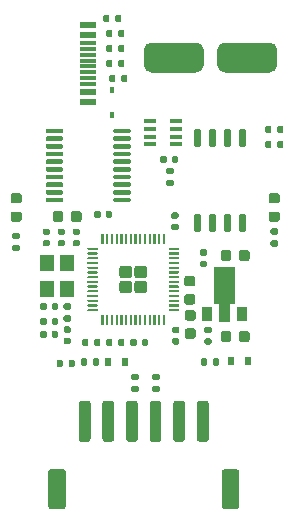
<source format=gbr>
%TF.GenerationSoftware,KiCad,Pcbnew,(5.1.9)-1*%
%TF.CreationDate,2021-12-20T22:20:38-08:00*%
%TF.ProjectId,MCL-102-2,4d434c2d-3130-4322-9d32-2e6b69636164,rev?*%
%TF.SameCoordinates,Original*%
%TF.FileFunction,Paste,Top*%
%TF.FilePolarity,Positive*%
%FSLAX46Y46*%
G04 Gerber Fmt 4.6, Leading zero omitted, Abs format (unit mm)*
G04 Created by KiCad (PCBNEW (5.1.9)-1) date 2021-12-20 22:20:38*
%MOMM*%
%LPD*%
G01*
G04 APERTURE LIST*
%ADD10C,0.100000*%
%ADD11R,0.900000X1.300000*%
%ADD12R,0.450000X0.600000*%
%ADD13R,0.600000X0.700000*%
%ADD14R,1.200000X1.400000*%
%ADD15R,1.060000X0.400000*%
%ADD16R,1.450000X0.600000*%
%ADD17R,1.450000X0.300000*%
G04 APERTURE END LIST*
%TO.C,R26*%
G36*
G01*
X150437000Y-103872000D02*
X150807000Y-103872000D01*
G75*
G02*
X150942000Y-104007000I0J-135000D01*
G01*
X150942000Y-104277000D01*
G75*
G02*
X150807000Y-104412000I-135000J0D01*
G01*
X150437000Y-104412000D01*
G75*
G02*
X150302000Y-104277000I0J135000D01*
G01*
X150302000Y-104007000D01*
G75*
G02*
X150437000Y-103872000I135000J0D01*
G01*
G37*
G36*
G01*
X150437000Y-102852000D02*
X150807000Y-102852000D01*
G75*
G02*
X150942000Y-102987000I0J-135000D01*
G01*
X150942000Y-103257000D01*
G75*
G02*
X150807000Y-103392000I-135000J0D01*
G01*
X150437000Y-103392000D01*
G75*
G02*
X150302000Y-103257000I0J135000D01*
G01*
X150302000Y-102987000D01*
G75*
G02*
X150437000Y-102852000I135000J0D01*
G01*
G37*
%TD*%
%TO.C,R2*%
G36*
G01*
X135241000Y-114358000D02*
X135241000Y-113988000D01*
G75*
G02*
X135376000Y-113853000I135000J0D01*
G01*
X135646000Y-113853000D01*
G75*
G02*
X135781000Y-113988000I0J-135000D01*
G01*
X135781000Y-114358000D01*
G75*
G02*
X135646000Y-114493000I-135000J0D01*
G01*
X135376000Y-114493000D01*
G75*
G02*
X135241000Y-114358000I0J135000D01*
G01*
G37*
G36*
G01*
X134221000Y-114358000D02*
X134221000Y-113988000D01*
G75*
G02*
X134356000Y-113853000I135000J0D01*
G01*
X134626000Y-113853000D01*
G75*
G02*
X134761000Y-113988000I0J-135000D01*
G01*
X134761000Y-114358000D01*
G75*
G02*
X134626000Y-114493000I-135000J0D01*
G01*
X134356000Y-114493000D01*
G75*
G02*
X134221000Y-114358000I0J135000D01*
G01*
G37*
%TD*%
%TO.C,D12*%
G36*
G01*
X150365750Y-101442000D02*
X150878250Y-101442000D01*
G75*
G02*
X151097000Y-101660750I0J-218750D01*
G01*
X151097000Y-102098250D01*
G75*
G02*
X150878250Y-102317000I-218750J0D01*
G01*
X150365750Y-102317000D01*
G75*
G02*
X150147000Y-102098250I0J218750D01*
G01*
X150147000Y-101660750D01*
G75*
G02*
X150365750Y-101442000I218750J0D01*
G01*
G37*
G36*
G01*
X150365750Y-99867000D02*
X150878250Y-99867000D01*
G75*
G02*
X151097000Y-100085750I0J-218750D01*
G01*
X151097000Y-100523250D01*
G75*
G02*
X150878250Y-100742000I-218750J0D01*
G01*
X150365750Y-100742000D01*
G75*
G02*
X150147000Y-100523250I0J218750D01*
G01*
X150147000Y-100085750D01*
G75*
G02*
X150365750Y-99867000I218750J0D01*
G01*
G37*
%TD*%
D10*
%TO.C,U1*%
G36*
X147297500Y-106158000D02*
G01*
X147297500Y-109283000D01*
X146881000Y-109283000D01*
X146881000Y-110758000D01*
X145981000Y-110758000D01*
X145981000Y-109283000D01*
X145564500Y-109283000D01*
X145564500Y-106158000D01*
X147297500Y-106158000D01*
G37*
D11*
X147931000Y-110108000D03*
X144931000Y-110108000D03*
%TD*%
D12*
%TO.C,D3*%
X136906000Y-91152000D03*
X136906000Y-93252000D03*
%TD*%
D13*
%TO.C,D2*%
X136587000Y-114173000D03*
X137987000Y-114173000D03*
%TD*%
%TO.C,D1*%
X147001000Y-114046000D03*
X148401000Y-114046000D03*
%TD*%
%TO.C,R4*%
G36*
G01*
X140404000Y-116191000D02*
X140774000Y-116191000D01*
G75*
G02*
X140909000Y-116326000I0J-135000D01*
G01*
X140909000Y-116596000D01*
G75*
G02*
X140774000Y-116731000I-135000J0D01*
G01*
X140404000Y-116731000D01*
G75*
G02*
X140269000Y-116596000I0J135000D01*
G01*
X140269000Y-116326000D01*
G75*
G02*
X140404000Y-116191000I135000J0D01*
G01*
G37*
G36*
G01*
X140404000Y-115171000D02*
X140774000Y-115171000D01*
G75*
G02*
X140909000Y-115306000I0J-135000D01*
G01*
X140909000Y-115576000D01*
G75*
G02*
X140774000Y-115711000I-135000J0D01*
G01*
X140404000Y-115711000D01*
G75*
G02*
X140269000Y-115576000I0J135000D01*
G01*
X140269000Y-115306000D01*
G75*
G02*
X140404000Y-115171000I135000J0D01*
G01*
G37*
%TD*%
%TO.C,R3*%
G36*
G01*
X138626000Y-116191000D02*
X138996000Y-116191000D01*
G75*
G02*
X139131000Y-116326000I0J-135000D01*
G01*
X139131000Y-116596000D01*
G75*
G02*
X138996000Y-116731000I-135000J0D01*
G01*
X138626000Y-116731000D01*
G75*
G02*
X138491000Y-116596000I0J135000D01*
G01*
X138491000Y-116326000D01*
G75*
G02*
X138626000Y-116191000I135000J0D01*
G01*
G37*
G36*
G01*
X138626000Y-115171000D02*
X138996000Y-115171000D01*
G75*
G02*
X139131000Y-115306000I0J-135000D01*
G01*
X139131000Y-115576000D01*
G75*
G02*
X138996000Y-115711000I-135000J0D01*
G01*
X138626000Y-115711000D01*
G75*
G02*
X138491000Y-115576000I0J135000D01*
G01*
X138491000Y-115306000D01*
G75*
G02*
X138626000Y-115171000I135000J0D01*
G01*
G37*
%TD*%
%TO.C,J11*%
G36*
G01*
X144018000Y-89662000D02*
X140208000Y-89662000D01*
G75*
G02*
X139573000Y-89027000I0J635000D01*
G01*
X139573000Y-87757000D01*
G75*
G02*
X140208000Y-87122000I635000J0D01*
G01*
X144018000Y-87122000D01*
G75*
G02*
X144653000Y-87757000I0J-635000D01*
G01*
X144653000Y-89027000D01*
G75*
G02*
X144018000Y-89662000I-635000J0D01*
G01*
G37*
%TD*%
%TO.C,J12*%
G36*
G01*
X146173000Y-126397000D02*
X146173000Y-123497000D01*
G75*
G02*
X146423000Y-123247000I250000J0D01*
G01*
X147423000Y-123247000D01*
G75*
G02*
X147673000Y-123497000I0J-250000D01*
G01*
X147673000Y-126397000D01*
G75*
G02*
X147423000Y-126647000I-250000J0D01*
G01*
X146423000Y-126647000D01*
G75*
G02*
X146173000Y-126397000I0J250000D01*
G01*
G37*
G36*
G01*
X131473000Y-126397000D02*
X131473000Y-123497000D01*
G75*
G02*
X131723000Y-123247000I250000J0D01*
G01*
X132723000Y-123247000D01*
G75*
G02*
X132973000Y-123497000I0J-250000D01*
G01*
X132973000Y-126397000D01*
G75*
G02*
X132723000Y-126647000I-250000J0D01*
G01*
X131723000Y-126647000D01*
G75*
G02*
X131473000Y-126397000I0J250000D01*
G01*
G37*
G36*
G01*
X144073000Y-120697000D02*
X144073000Y-117697000D01*
G75*
G02*
X144323000Y-117447000I250000J0D01*
G01*
X144823000Y-117447000D01*
G75*
G02*
X145073000Y-117697000I0J-250000D01*
G01*
X145073000Y-120697000D01*
G75*
G02*
X144823000Y-120947000I-250000J0D01*
G01*
X144323000Y-120947000D01*
G75*
G02*
X144073000Y-120697000I0J250000D01*
G01*
G37*
G36*
G01*
X142073000Y-120697000D02*
X142073000Y-117697000D01*
G75*
G02*
X142323000Y-117447000I250000J0D01*
G01*
X142823000Y-117447000D01*
G75*
G02*
X143073000Y-117697000I0J-250000D01*
G01*
X143073000Y-120697000D01*
G75*
G02*
X142823000Y-120947000I-250000J0D01*
G01*
X142323000Y-120947000D01*
G75*
G02*
X142073000Y-120697000I0J250000D01*
G01*
G37*
G36*
G01*
X140073000Y-120697000D02*
X140073000Y-117697000D01*
G75*
G02*
X140323000Y-117447000I250000J0D01*
G01*
X140823000Y-117447000D01*
G75*
G02*
X141073000Y-117697000I0J-250000D01*
G01*
X141073000Y-120697000D01*
G75*
G02*
X140823000Y-120947000I-250000J0D01*
G01*
X140323000Y-120947000D01*
G75*
G02*
X140073000Y-120697000I0J250000D01*
G01*
G37*
G36*
G01*
X138073000Y-120697000D02*
X138073000Y-117697000D01*
G75*
G02*
X138323000Y-117447000I250000J0D01*
G01*
X138823000Y-117447000D01*
G75*
G02*
X139073000Y-117697000I0J-250000D01*
G01*
X139073000Y-120697000D01*
G75*
G02*
X138823000Y-120947000I-250000J0D01*
G01*
X138323000Y-120947000D01*
G75*
G02*
X138073000Y-120697000I0J250000D01*
G01*
G37*
G36*
G01*
X136073000Y-120697000D02*
X136073000Y-117697000D01*
G75*
G02*
X136323000Y-117447000I250000J0D01*
G01*
X136823000Y-117447000D01*
G75*
G02*
X137073000Y-117697000I0J-250000D01*
G01*
X137073000Y-120697000D01*
G75*
G02*
X136823000Y-120947000I-250000J0D01*
G01*
X136323000Y-120947000D01*
G75*
G02*
X136073000Y-120697000I0J250000D01*
G01*
G37*
G36*
G01*
X134073000Y-120697000D02*
X134073000Y-117697000D01*
G75*
G02*
X134323000Y-117447000I250000J0D01*
G01*
X134823000Y-117447000D01*
G75*
G02*
X135073000Y-117697000I0J-250000D01*
G01*
X135073000Y-120697000D01*
G75*
G02*
X134823000Y-120947000I-250000J0D01*
G01*
X134323000Y-120947000D01*
G75*
G02*
X134073000Y-120697000I0J250000D01*
G01*
G37*
%TD*%
%TO.C,C15*%
G36*
G01*
X141932000Y-97198000D02*
X141932000Y-96858000D01*
G75*
G02*
X142072000Y-96718000I140000J0D01*
G01*
X142352000Y-96718000D01*
G75*
G02*
X142492000Y-96858000I0J-140000D01*
G01*
X142492000Y-97198000D01*
G75*
G02*
X142352000Y-97338000I-140000J0D01*
G01*
X142072000Y-97338000D01*
G75*
G02*
X141932000Y-97198000I0J140000D01*
G01*
G37*
G36*
G01*
X140972000Y-97198000D02*
X140972000Y-96858000D01*
G75*
G02*
X141112000Y-96718000I140000J0D01*
G01*
X141392000Y-96718000D01*
G75*
G02*
X141532000Y-96858000I0J-140000D01*
G01*
X141532000Y-97198000D01*
G75*
G02*
X141392000Y-97338000I-140000J0D01*
G01*
X141112000Y-97338000D01*
G75*
G02*
X140972000Y-97198000I0J140000D01*
G01*
G37*
%TD*%
%TO.C,R31*%
G36*
G01*
X150862000Y-94673000D02*
X150862000Y-94303000D01*
G75*
G02*
X150997000Y-94168000I135000J0D01*
G01*
X151267000Y-94168000D01*
G75*
G02*
X151402000Y-94303000I0J-135000D01*
G01*
X151402000Y-94673000D01*
G75*
G02*
X151267000Y-94808000I-135000J0D01*
G01*
X150997000Y-94808000D01*
G75*
G02*
X150862000Y-94673000I0J135000D01*
G01*
G37*
G36*
G01*
X149842000Y-94673000D02*
X149842000Y-94303000D01*
G75*
G02*
X149977000Y-94168000I135000J0D01*
G01*
X150247000Y-94168000D01*
G75*
G02*
X150382000Y-94303000I0J-135000D01*
G01*
X150382000Y-94673000D01*
G75*
G02*
X150247000Y-94808000I-135000J0D01*
G01*
X149977000Y-94808000D01*
G75*
G02*
X149842000Y-94673000I0J135000D01*
G01*
G37*
%TD*%
%TO.C,R27*%
G36*
G01*
X128593000Y-104253000D02*
X128963000Y-104253000D01*
G75*
G02*
X129098000Y-104388000I0J-135000D01*
G01*
X129098000Y-104658000D01*
G75*
G02*
X128963000Y-104793000I-135000J0D01*
G01*
X128593000Y-104793000D01*
G75*
G02*
X128458000Y-104658000I0J135000D01*
G01*
X128458000Y-104388000D01*
G75*
G02*
X128593000Y-104253000I135000J0D01*
G01*
G37*
G36*
G01*
X128593000Y-103233000D02*
X128963000Y-103233000D01*
G75*
G02*
X129098000Y-103368000I0J-135000D01*
G01*
X129098000Y-103638000D01*
G75*
G02*
X128963000Y-103773000I-135000J0D01*
G01*
X128593000Y-103773000D01*
G75*
G02*
X128458000Y-103638000I0J135000D01*
G01*
X128458000Y-103368000D01*
G75*
G02*
X128593000Y-103233000I135000J0D01*
G01*
G37*
%TD*%
%TO.C,R25*%
G36*
G01*
X141967800Y-98261200D02*
X141597800Y-98261200D01*
G75*
G02*
X141462800Y-98126200I0J135000D01*
G01*
X141462800Y-97856200D01*
G75*
G02*
X141597800Y-97721200I135000J0D01*
G01*
X141967800Y-97721200D01*
G75*
G02*
X142102800Y-97856200I0J-135000D01*
G01*
X142102800Y-98126200D01*
G75*
G02*
X141967800Y-98261200I-135000J0D01*
G01*
G37*
G36*
G01*
X141967800Y-99281200D02*
X141597800Y-99281200D01*
G75*
G02*
X141462800Y-99146200I0J135000D01*
G01*
X141462800Y-98876200D01*
G75*
G02*
X141597800Y-98741200I135000J0D01*
G01*
X141967800Y-98741200D01*
G75*
G02*
X142102800Y-98876200I0J-135000D01*
G01*
X142102800Y-99146200D01*
G75*
G02*
X141967800Y-99281200I-135000J0D01*
G01*
G37*
%TD*%
%TO.C,R20*%
G36*
G01*
X137400000Y-86545000D02*
X137400000Y-86175000D01*
G75*
G02*
X137535000Y-86040000I135000J0D01*
G01*
X137805000Y-86040000D01*
G75*
G02*
X137940000Y-86175000I0J-135000D01*
G01*
X137940000Y-86545000D01*
G75*
G02*
X137805000Y-86680000I-135000J0D01*
G01*
X137535000Y-86680000D01*
G75*
G02*
X137400000Y-86545000I0J135000D01*
G01*
G37*
G36*
G01*
X136380000Y-86545000D02*
X136380000Y-86175000D01*
G75*
G02*
X136515000Y-86040000I135000J0D01*
G01*
X136785000Y-86040000D01*
G75*
G02*
X136920000Y-86175000I0J-135000D01*
G01*
X136920000Y-86545000D01*
G75*
G02*
X136785000Y-86680000I-135000J0D01*
G01*
X136515000Y-86680000D01*
G75*
G02*
X136380000Y-86545000I0J135000D01*
G01*
G37*
%TD*%
%TO.C,R19*%
G36*
G01*
X136920000Y-87445000D02*
X136920000Y-87815000D01*
G75*
G02*
X136785000Y-87950000I-135000J0D01*
G01*
X136515000Y-87950000D01*
G75*
G02*
X136380000Y-87815000I0J135000D01*
G01*
X136380000Y-87445000D01*
G75*
G02*
X136515000Y-87310000I135000J0D01*
G01*
X136785000Y-87310000D01*
G75*
G02*
X136920000Y-87445000I0J-135000D01*
G01*
G37*
G36*
G01*
X137940000Y-87445000D02*
X137940000Y-87815000D01*
G75*
G02*
X137805000Y-87950000I-135000J0D01*
G01*
X137535000Y-87950000D01*
G75*
G02*
X137400000Y-87815000I0J135000D01*
G01*
X137400000Y-87445000D01*
G75*
G02*
X137535000Y-87310000I135000J0D01*
G01*
X137805000Y-87310000D01*
G75*
G02*
X137940000Y-87445000I0J-135000D01*
G01*
G37*
%TD*%
%TO.C,R17*%
G36*
G01*
X137400000Y-112707000D02*
X137400000Y-112337000D01*
G75*
G02*
X137535000Y-112202000I135000J0D01*
G01*
X137805000Y-112202000D01*
G75*
G02*
X137940000Y-112337000I0J-135000D01*
G01*
X137940000Y-112707000D01*
G75*
G02*
X137805000Y-112842000I-135000J0D01*
G01*
X137535000Y-112842000D01*
G75*
G02*
X137400000Y-112707000I0J135000D01*
G01*
G37*
G36*
G01*
X136380000Y-112707000D02*
X136380000Y-112337000D01*
G75*
G02*
X136515000Y-112202000I135000J0D01*
G01*
X136785000Y-112202000D01*
G75*
G02*
X136920000Y-112337000I0J-135000D01*
G01*
X136920000Y-112707000D01*
G75*
G02*
X136785000Y-112842000I-135000J0D01*
G01*
X136515000Y-112842000D01*
G75*
G02*
X136380000Y-112707000I0J135000D01*
G01*
G37*
%TD*%
%TO.C,R16*%
G36*
G01*
X135368000Y-112707000D02*
X135368000Y-112337000D01*
G75*
G02*
X135503000Y-112202000I135000J0D01*
G01*
X135773000Y-112202000D01*
G75*
G02*
X135908000Y-112337000I0J-135000D01*
G01*
X135908000Y-112707000D01*
G75*
G02*
X135773000Y-112842000I-135000J0D01*
G01*
X135503000Y-112842000D01*
G75*
G02*
X135368000Y-112707000I0J135000D01*
G01*
G37*
G36*
G01*
X134348000Y-112707000D02*
X134348000Y-112337000D01*
G75*
G02*
X134483000Y-112202000I135000J0D01*
G01*
X134753000Y-112202000D01*
G75*
G02*
X134888000Y-112337000I0J-135000D01*
G01*
X134888000Y-112707000D01*
G75*
G02*
X134753000Y-112842000I-135000J0D01*
G01*
X134483000Y-112842000D01*
G75*
G02*
X134348000Y-112707000I0J135000D01*
G01*
G37*
%TD*%
%TO.C,R13*%
G36*
G01*
X145401000Y-114358000D02*
X145401000Y-113988000D01*
G75*
G02*
X145536000Y-113853000I135000J0D01*
G01*
X145806000Y-113853000D01*
G75*
G02*
X145941000Y-113988000I0J-135000D01*
G01*
X145941000Y-114358000D01*
G75*
G02*
X145806000Y-114493000I-135000J0D01*
G01*
X145536000Y-114493000D01*
G75*
G02*
X145401000Y-114358000I0J135000D01*
G01*
G37*
G36*
G01*
X144381000Y-114358000D02*
X144381000Y-113988000D01*
G75*
G02*
X144516000Y-113853000I135000J0D01*
G01*
X144786000Y-113853000D01*
G75*
G02*
X144921000Y-113988000I0J-135000D01*
G01*
X144921000Y-114358000D01*
G75*
G02*
X144786000Y-114493000I-135000J0D01*
G01*
X144516000Y-114493000D01*
G75*
G02*
X144381000Y-114358000I0J135000D01*
G01*
G37*
%TD*%
%TO.C,D13*%
G36*
G01*
X128521750Y-101442000D02*
X129034250Y-101442000D01*
G75*
G02*
X129253000Y-101660750I0J-218750D01*
G01*
X129253000Y-102098250D01*
G75*
G02*
X129034250Y-102317000I-218750J0D01*
G01*
X128521750Y-102317000D01*
G75*
G02*
X128303000Y-102098250I0J218750D01*
G01*
X128303000Y-101660750D01*
G75*
G02*
X128521750Y-101442000I218750J0D01*
G01*
G37*
G36*
G01*
X128521750Y-99867000D02*
X129034250Y-99867000D01*
G75*
G02*
X129253000Y-100085750I0J-218750D01*
G01*
X129253000Y-100523250D01*
G75*
G02*
X129034250Y-100742000I-218750J0D01*
G01*
X128521750Y-100742000D01*
G75*
G02*
X128303000Y-100523250I0J218750D01*
G01*
X128303000Y-100085750D01*
G75*
G02*
X128521750Y-99867000I218750J0D01*
G01*
G37*
%TD*%
%TO.C,C31*%
G36*
G01*
X131372000Y-109304000D02*
X131372000Y-109644000D01*
G75*
G02*
X131232000Y-109784000I-140000J0D01*
G01*
X130952000Y-109784000D01*
G75*
G02*
X130812000Y-109644000I0J140000D01*
G01*
X130812000Y-109304000D01*
G75*
G02*
X130952000Y-109164000I140000J0D01*
G01*
X131232000Y-109164000D01*
G75*
G02*
X131372000Y-109304000I0J-140000D01*
G01*
G37*
G36*
G01*
X132332000Y-109304000D02*
X132332000Y-109644000D01*
G75*
G02*
X132192000Y-109784000I-140000J0D01*
G01*
X131912000Y-109784000D01*
G75*
G02*
X131772000Y-109644000I0J140000D01*
G01*
X131772000Y-109304000D01*
G75*
G02*
X131912000Y-109164000I140000J0D01*
G01*
X132192000Y-109164000D01*
G75*
G02*
X132332000Y-109304000I0J-140000D01*
G01*
G37*
%TD*%
%TO.C,C30*%
G36*
G01*
X131148000Y-103832000D02*
X131488000Y-103832000D01*
G75*
G02*
X131628000Y-103972000I0J-140000D01*
G01*
X131628000Y-104252000D01*
G75*
G02*
X131488000Y-104392000I-140000J0D01*
G01*
X131148000Y-104392000D01*
G75*
G02*
X131008000Y-104252000I0J140000D01*
G01*
X131008000Y-103972000D01*
G75*
G02*
X131148000Y-103832000I140000J0D01*
G01*
G37*
G36*
G01*
X131148000Y-102872000D02*
X131488000Y-102872000D01*
G75*
G02*
X131628000Y-103012000I0J-140000D01*
G01*
X131628000Y-103292000D01*
G75*
G02*
X131488000Y-103432000I-140000J0D01*
G01*
X131148000Y-103432000D01*
G75*
G02*
X131008000Y-103292000I0J140000D01*
G01*
X131008000Y-103012000D01*
G75*
G02*
X131148000Y-102872000I140000J0D01*
G01*
G37*
%TD*%
%TO.C,C29*%
G36*
G01*
X143721900Y-107777400D02*
X143221900Y-107777400D01*
G75*
G02*
X142996900Y-107552400I0J225000D01*
G01*
X142996900Y-107102400D01*
G75*
G02*
X143221900Y-106877400I225000J0D01*
G01*
X143721900Y-106877400D01*
G75*
G02*
X143946900Y-107102400I0J-225000D01*
G01*
X143946900Y-107552400D01*
G75*
G02*
X143721900Y-107777400I-225000J0D01*
G01*
G37*
G36*
G01*
X143721900Y-109327400D02*
X143221900Y-109327400D01*
G75*
G02*
X142996900Y-109102400I0J225000D01*
G01*
X142996900Y-108652400D01*
G75*
G02*
X143221900Y-108427400I225000J0D01*
G01*
X143721900Y-108427400D01*
G75*
G02*
X143946900Y-108652400I0J-225000D01*
G01*
X143946900Y-109102400D01*
G75*
G02*
X143721900Y-109327400I-225000J0D01*
G01*
G37*
%TD*%
%TO.C,C27*%
G36*
G01*
X144838600Y-112150500D02*
X145178600Y-112150500D01*
G75*
G02*
X145318600Y-112290500I0J-140000D01*
G01*
X145318600Y-112570500D01*
G75*
G02*
X145178600Y-112710500I-140000J0D01*
G01*
X144838600Y-112710500D01*
G75*
G02*
X144698600Y-112570500I0J140000D01*
G01*
X144698600Y-112290500D01*
G75*
G02*
X144838600Y-112150500I140000J0D01*
G01*
G37*
G36*
G01*
X144838600Y-111190500D02*
X145178600Y-111190500D01*
G75*
G02*
X145318600Y-111330500I0J-140000D01*
G01*
X145318600Y-111610500D01*
G75*
G02*
X145178600Y-111750500I-140000J0D01*
G01*
X144838600Y-111750500D01*
G75*
G02*
X144698600Y-111610500I0J140000D01*
G01*
X144698600Y-111330500D01*
G75*
G02*
X144838600Y-111190500I140000J0D01*
G01*
G37*
%TD*%
%TO.C,C26*%
G36*
G01*
X142044600Y-102460400D02*
X142384600Y-102460400D01*
G75*
G02*
X142524600Y-102600400I0J-140000D01*
G01*
X142524600Y-102880400D01*
G75*
G02*
X142384600Y-103020400I-140000J0D01*
G01*
X142044600Y-103020400D01*
G75*
G02*
X141904600Y-102880400I0J140000D01*
G01*
X141904600Y-102600400D01*
G75*
G02*
X142044600Y-102460400I140000J0D01*
G01*
G37*
G36*
G01*
X142044600Y-101500400D02*
X142384600Y-101500400D01*
G75*
G02*
X142524600Y-101640400I0J-140000D01*
G01*
X142524600Y-101920400D01*
G75*
G02*
X142384600Y-102060400I-140000J0D01*
G01*
X142044600Y-102060400D01*
G75*
G02*
X141904600Y-101920400I0J140000D01*
G01*
X141904600Y-101640400D01*
G75*
G02*
X142044600Y-101500400I140000J0D01*
G01*
G37*
%TD*%
%TO.C,C24*%
G36*
G01*
X144797600Y-105197300D02*
X144457600Y-105197300D01*
G75*
G02*
X144317600Y-105057300I0J140000D01*
G01*
X144317600Y-104777300D01*
G75*
G02*
X144457600Y-104637300I140000J0D01*
G01*
X144797600Y-104637300D01*
G75*
G02*
X144937600Y-104777300I0J-140000D01*
G01*
X144937600Y-105057300D01*
G75*
G02*
X144797600Y-105197300I-140000J0D01*
G01*
G37*
G36*
G01*
X144797600Y-106157300D02*
X144457600Y-106157300D01*
G75*
G02*
X144317600Y-106017300I0J140000D01*
G01*
X144317600Y-105737300D01*
G75*
G02*
X144457600Y-105597300I140000J0D01*
G01*
X144797600Y-105597300D01*
G75*
G02*
X144937600Y-105737300I0J-140000D01*
G01*
X144937600Y-106017300D01*
G75*
G02*
X144797600Y-106157300I-140000J0D01*
G01*
G37*
%TD*%
%TO.C,C21*%
G36*
G01*
X132418000Y-103832000D02*
X132758000Y-103832000D01*
G75*
G02*
X132898000Y-103972000I0J-140000D01*
G01*
X132898000Y-104252000D01*
G75*
G02*
X132758000Y-104392000I-140000J0D01*
G01*
X132418000Y-104392000D01*
G75*
G02*
X132278000Y-104252000I0J140000D01*
G01*
X132278000Y-103972000D01*
G75*
G02*
X132418000Y-103832000I140000J0D01*
G01*
G37*
G36*
G01*
X132418000Y-102872000D02*
X132758000Y-102872000D01*
G75*
G02*
X132898000Y-103012000I0J-140000D01*
G01*
X132898000Y-103292000D01*
G75*
G02*
X132758000Y-103432000I-140000J0D01*
G01*
X132418000Y-103432000D01*
G75*
G02*
X132278000Y-103292000I0J140000D01*
G01*
X132278000Y-103012000D01*
G75*
G02*
X132418000Y-102872000I140000J0D01*
G01*
G37*
%TD*%
%TO.C,U8*%
G36*
G01*
X136999000Y-94711000D02*
X136999000Y-94511000D01*
G75*
G02*
X137099000Y-94411000I100000J0D01*
G01*
X138374000Y-94411000D01*
G75*
G02*
X138474000Y-94511000I0J-100000D01*
G01*
X138474000Y-94711000D01*
G75*
G02*
X138374000Y-94811000I-100000J0D01*
G01*
X137099000Y-94811000D01*
G75*
G02*
X136999000Y-94711000I0J100000D01*
G01*
G37*
G36*
G01*
X136999000Y-95361000D02*
X136999000Y-95161000D01*
G75*
G02*
X137099000Y-95061000I100000J0D01*
G01*
X138374000Y-95061000D01*
G75*
G02*
X138474000Y-95161000I0J-100000D01*
G01*
X138474000Y-95361000D01*
G75*
G02*
X138374000Y-95461000I-100000J0D01*
G01*
X137099000Y-95461000D01*
G75*
G02*
X136999000Y-95361000I0J100000D01*
G01*
G37*
G36*
G01*
X136999000Y-96011000D02*
X136999000Y-95811000D01*
G75*
G02*
X137099000Y-95711000I100000J0D01*
G01*
X138374000Y-95711000D01*
G75*
G02*
X138474000Y-95811000I0J-100000D01*
G01*
X138474000Y-96011000D01*
G75*
G02*
X138374000Y-96111000I-100000J0D01*
G01*
X137099000Y-96111000D01*
G75*
G02*
X136999000Y-96011000I0J100000D01*
G01*
G37*
G36*
G01*
X136999000Y-96661000D02*
X136999000Y-96461000D01*
G75*
G02*
X137099000Y-96361000I100000J0D01*
G01*
X138374000Y-96361000D01*
G75*
G02*
X138474000Y-96461000I0J-100000D01*
G01*
X138474000Y-96661000D01*
G75*
G02*
X138374000Y-96761000I-100000J0D01*
G01*
X137099000Y-96761000D01*
G75*
G02*
X136999000Y-96661000I0J100000D01*
G01*
G37*
G36*
G01*
X136999000Y-97311000D02*
X136999000Y-97111000D01*
G75*
G02*
X137099000Y-97011000I100000J0D01*
G01*
X138374000Y-97011000D01*
G75*
G02*
X138474000Y-97111000I0J-100000D01*
G01*
X138474000Y-97311000D01*
G75*
G02*
X138374000Y-97411000I-100000J0D01*
G01*
X137099000Y-97411000D01*
G75*
G02*
X136999000Y-97311000I0J100000D01*
G01*
G37*
G36*
G01*
X136999000Y-97961000D02*
X136999000Y-97761000D01*
G75*
G02*
X137099000Y-97661000I100000J0D01*
G01*
X138374000Y-97661000D01*
G75*
G02*
X138474000Y-97761000I0J-100000D01*
G01*
X138474000Y-97961000D01*
G75*
G02*
X138374000Y-98061000I-100000J0D01*
G01*
X137099000Y-98061000D01*
G75*
G02*
X136999000Y-97961000I0J100000D01*
G01*
G37*
G36*
G01*
X136999000Y-98611000D02*
X136999000Y-98411000D01*
G75*
G02*
X137099000Y-98311000I100000J0D01*
G01*
X138374000Y-98311000D01*
G75*
G02*
X138474000Y-98411000I0J-100000D01*
G01*
X138474000Y-98611000D01*
G75*
G02*
X138374000Y-98711000I-100000J0D01*
G01*
X137099000Y-98711000D01*
G75*
G02*
X136999000Y-98611000I0J100000D01*
G01*
G37*
G36*
G01*
X136999000Y-99261000D02*
X136999000Y-99061000D01*
G75*
G02*
X137099000Y-98961000I100000J0D01*
G01*
X138374000Y-98961000D01*
G75*
G02*
X138474000Y-99061000I0J-100000D01*
G01*
X138474000Y-99261000D01*
G75*
G02*
X138374000Y-99361000I-100000J0D01*
G01*
X137099000Y-99361000D01*
G75*
G02*
X136999000Y-99261000I0J100000D01*
G01*
G37*
G36*
G01*
X136999000Y-99911000D02*
X136999000Y-99711000D01*
G75*
G02*
X137099000Y-99611000I100000J0D01*
G01*
X138374000Y-99611000D01*
G75*
G02*
X138474000Y-99711000I0J-100000D01*
G01*
X138474000Y-99911000D01*
G75*
G02*
X138374000Y-100011000I-100000J0D01*
G01*
X137099000Y-100011000D01*
G75*
G02*
X136999000Y-99911000I0J100000D01*
G01*
G37*
G36*
G01*
X136999000Y-100561000D02*
X136999000Y-100361000D01*
G75*
G02*
X137099000Y-100261000I100000J0D01*
G01*
X138374000Y-100261000D01*
G75*
G02*
X138474000Y-100361000I0J-100000D01*
G01*
X138474000Y-100561000D01*
G75*
G02*
X138374000Y-100661000I-100000J0D01*
G01*
X137099000Y-100661000D01*
G75*
G02*
X136999000Y-100561000I0J100000D01*
G01*
G37*
G36*
G01*
X131274000Y-100561000D02*
X131274000Y-100361000D01*
G75*
G02*
X131374000Y-100261000I100000J0D01*
G01*
X132649000Y-100261000D01*
G75*
G02*
X132749000Y-100361000I0J-100000D01*
G01*
X132749000Y-100561000D01*
G75*
G02*
X132649000Y-100661000I-100000J0D01*
G01*
X131374000Y-100661000D01*
G75*
G02*
X131274000Y-100561000I0J100000D01*
G01*
G37*
G36*
G01*
X131274000Y-99911000D02*
X131274000Y-99711000D01*
G75*
G02*
X131374000Y-99611000I100000J0D01*
G01*
X132649000Y-99611000D01*
G75*
G02*
X132749000Y-99711000I0J-100000D01*
G01*
X132749000Y-99911000D01*
G75*
G02*
X132649000Y-100011000I-100000J0D01*
G01*
X131374000Y-100011000D01*
G75*
G02*
X131274000Y-99911000I0J100000D01*
G01*
G37*
G36*
G01*
X131274000Y-99261000D02*
X131274000Y-99061000D01*
G75*
G02*
X131374000Y-98961000I100000J0D01*
G01*
X132649000Y-98961000D01*
G75*
G02*
X132749000Y-99061000I0J-100000D01*
G01*
X132749000Y-99261000D01*
G75*
G02*
X132649000Y-99361000I-100000J0D01*
G01*
X131374000Y-99361000D01*
G75*
G02*
X131274000Y-99261000I0J100000D01*
G01*
G37*
G36*
G01*
X131274000Y-98611000D02*
X131274000Y-98411000D01*
G75*
G02*
X131374000Y-98311000I100000J0D01*
G01*
X132649000Y-98311000D01*
G75*
G02*
X132749000Y-98411000I0J-100000D01*
G01*
X132749000Y-98611000D01*
G75*
G02*
X132649000Y-98711000I-100000J0D01*
G01*
X131374000Y-98711000D01*
G75*
G02*
X131274000Y-98611000I0J100000D01*
G01*
G37*
G36*
G01*
X131274000Y-97961000D02*
X131274000Y-97761000D01*
G75*
G02*
X131374000Y-97661000I100000J0D01*
G01*
X132649000Y-97661000D01*
G75*
G02*
X132749000Y-97761000I0J-100000D01*
G01*
X132749000Y-97961000D01*
G75*
G02*
X132649000Y-98061000I-100000J0D01*
G01*
X131374000Y-98061000D01*
G75*
G02*
X131274000Y-97961000I0J100000D01*
G01*
G37*
G36*
G01*
X131274000Y-97311000D02*
X131274000Y-97111000D01*
G75*
G02*
X131374000Y-97011000I100000J0D01*
G01*
X132649000Y-97011000D01*
G75*
G02*
X132749000Y-97111000I0J-100000D01*
G01*
X132749000Y-97311000D01*
G75*
G02*
X132649000Y-97411000I-100000J0D01*
G01*
X131374000Y-97411000D01*
G75*
G02*
X131274000Y-97311000I0J100000D01*
G01*
G37*
G36*
G01*
X131274000Y-96661000D02*
X131274000Y-96461000D01*
G75*
G02*
X131374000Y-96361000I100000J0D01*
G01*
X132649000Y-96361000D01*
G75*
G02*
X132749000Y-96461000I0J-100000D01*
G01*
X132749000Y-96661000D01*
G75*
G02*
X132649000Y-96761000I-100000J0D01*
G01*
X131374000Y-96761000D01*
G75*
G02*
X131274000Y-96661000I0J100000D01*
G01*
G37*
G36*
G01*
X131274000Y-96011000D02*
X131274000Y-95811000D01*
G75*
G02*
X131374000Y-95711000I100000J0D01*
G01*
X132649000Y-95711000D01*
G75*
G02*
X132749000Y-95811000I0J-100000D01*
G01*
X132749000Y-96011000D01*
G75*
G02*
X132649000Y-96111000I-100000J0D01*
G01*
X131374000Y-96111000D01*
G75*
G02*
X131274000Y-96011000I0J100000D01*
G01*
G37*
G36*
G01*
X131274000Y-95361000D02*
X131274000Y-95161000D01*
G75*
G02*
X131374000Y-95061000I100000J0D01*
G01*
X132649000Y-95061000D01*
G75*
G02*
X132749000Y-95161000I0J-100000D01*
G01*
X132749000Y-95361000D01*
G75*
G02*
X132649000Y-95461000I-100000J0D01*
G01*
X131374000Y-95461000D01*
G75*
G02*
X131274000Y-95361000I0J100000D01*
G01*
G37*
G36*
G01*
X131274000Y-94711000D02*
X131274000Y-94511000D01*
G75*
G02*
X131374000Y-94411000I100000J0D01*
G01*
X132649000Y-94411000D01*
G75*
G02*
X132749000Y-94511000I0J-100000D01*
G01*
X132749000Y-94711000D01*
G75*
G02*
X132649000Y-94811000I-100000J0D01*
G01*
X131374000Y-94811000D01*
G75*
G02*
X131274000Y-94711000I0J100000D01*
G01*
G37*
%TD*%
%TO.C,R21*%
G36*
G01*
X137654000Y-90355000D02*
X137654000Y-89985000D01*
G75*
G02*
X137789000Y-89850000I135000J0D01*
G01*
X138059000Y-89850000D01*
G75*
G02*
X138194000Y-89985000I0J-135000D01*
G01*
X138194000Y-90355000D01*
G75*
G02*
X138059000Y-90490000I-135000J0D01*
G01*
X137789000Y-90490000D01*
G75*
G02*
X137654000Y-90355000I0J135000D01*
G01*
G37*
G36*
G01*
X136634000Y-90355000D02*
X136634000Y-89985000D01*
G75*
G02*
X136769000Y-89850000I135000J0D01*
G01*
X137039000Y-89850000D01*
G75*
G02*
X137174000Y-89985000I0J-135000D01*
G01*
X137174000Y-90355000D01*
G75*
G02*
X137039000Y-90490000I-135000J0D01*
G01*
X136769000Y-90490000D01*
G75*
G02*
X136634000Y-90355000I0J135000D01*
G01*
G37*
%TD*%
%TO.C,J10*%
G36*
G01*
X146431000Y-87122000D02*
X150241000Y-87122000D01*
G75*
G02*
X150876000Y-87757000I0J-635000D01*
G01*
X150876000Y-89027000D01*
G75*
G02*
X150241000Y-89662000I-635000J0D01*
G01*
X146431000Y-89662000D01*
G75*
G02*
X145796000Y-89027000I0J635000D01*
G01*
X145796000Y-87757000D01*
G75*
G02*
X146431000Y-87122000I635000J0D01*
G01*
G37*
%TD*%
%TO.C,R1*%
G36*
G01*
X132729000Y-114115000D02*
X132729000Y-114485000D01*
G75*
G02*
X132594000Y-114620000I-135000J0D01*
G01*
X132324000Y-114620000D01*
G75*
G02*
X132189000Y-114485000I0J135000D01*
G01*
X132189000Y-114115000D01*
G75*
G02*
X132324000Y-113980000I135000J0D01*
G01*
X132594000Y-113980000D01*
G75*
G02*
X132729000Y-114115000I0J-135000D01*
G01*
G37*
G36*
G01*
X133749000Y-114115000D02*
X133749000Y-114485000D01*
G75*
G02*
X133614000Y-114620000I-135000J0D01*
G01*
X133344000Y-114620000D01*
G75*
G02*
X133209000Y-114485000I0J135000D01*
G01*
X133209000Y-114115000D01*
G75*
G02*
X133344000Y-113980000I135000J0D01*
G01*
X133614000Y-113980000D01*
G75*
G02*
X133749000Y-114115000I0J-135000D01*
G01*
G37*
%TD*%
D14*
%TO.C,Y1*%
X133096000Y-105750000D03*
X133096000Y-107950000D03*
X131396000Y-107950000D03*
X131396000Y-105750000D03*
%TD*%
%TO.C,U9*%
G36*
G01*
X139029283Y-106008283D02*
X139613717Y-106008283D01*
G75*
G02*
X139863717Y-106258283I0J-250000D01*
G01*
X139863717Y-106842717D01*
G75*
G02*
X139613717Y-107092717I-250000J0D01*
G01*
X139029283Y-107092717D01*
G75*
G02*
X138779283Y-106842717I0J250000D01*
G01*
X138779283Y-106258283D01*
G75*
G02*
X139029283Y-106008283I250000J0D01*
G01*
G37*
G36*
G01*
X137754283Y-106008283D02*
X138338717Y-106008283D01*
G75*
G02*
X138588717Y-106258283I0J-250000D01*
G01*
X138588717Y-106842717D01*
G75*
G02*
X138338717Y-107092717I-250000J0D01*
G01*
X137754283Y-107092717D01*
G75*
G02*
X137504283Y-106842717I0J250000D01*
G01*
X137504283Y-106258283D01*
G75*
G02*
X137754283Y-106008283I250000J0D01*
G01*
G37*
G36*
G01*
X139029283Y-107283283D02*
X139613717Y-107283283D01*
G75*
G02*
X139863717Y-107533283I0J-250000D01*
G01*
X139863717Y-108117717D01*
G75*
G02*
X139613717Y-108367717I-250000J0D01*
G01*
X139029283Y-108367717D01*
G75*
G02*
X138779283Y-108117717I0J250000D01*
G01*
X138779283Y-107533283D01*
G75*
G02*
X139029283Y-107283283I250000J0D01*
G01*
G37*
G36*
G01*
X137754283Y-107283283D02*
X138338717Y-107283283D01*
G75*
G02*
X138588717Y-107533283I0J-250000D01*
G01*
X138588717Y-108117717D01*
G75*
G02*
X138338717Y-108367717I-250000J0D01*
G01*
X137754283Y-108367717D01*
G75*
G02*
X137504283Y-108117717I0J250000D01*
G01*
X137504283Y-107533283D01*
G75*
G02*
X137754283Y-107283283I250000J0D01*
G01*
G37*
G36*
G01*
X141234000Y-103313000D02*
X141334000Y-103313000D01*
G75*
G02*
X141384000Y-103363000I0J-50000D01*
G01*
X141384000Y-104138000D01*
G75*
G02*
X141334000Y-104188000I-50000J0D01*
G01*
X141234000Y-104188000D01*
G75*
G02*
X141184000Y-104138000I0J50000D01*
G01*
X141184000Y-103363000D01*
G75*
G02*
X141234000Y-103313000I50000J0D01*
G01*
G37*
G36*
G01*
X140834000Y-103313000D02*
X140934000Y-103313000D01*
G75*
G02*
X140984000Y-103363000I0J-50000D01*
G01*
X140984000Y-104138000D01*
G75*
G02*
X140934000Y-104188000I-50000J0D01*
G01*
X140834000Y-104188000D01*
G75*
G02*
X140784000Y-104138000I0J50000D01*
G01*
X140784000Y-103363000D01*
G75*
G02*
X140834000Y-103313000I50000J0D01*
G01*
G37*
G36*
G01*
X140434000Y-103313000D02*
X140534000Y-103313000D01*
G75*
G02*
X140584000Y-103363000I0J-50000D01*
G01*
X140584000Y-104138000D01*
G75*
G02*
X140534000Y-104188000I-50000J0D01*
G01*
X140434000Y-104188000D01*
G75*
G02*
X140384000Y-104138000I0J50000D01*
G01*
X140384000Y-103363000D01*
G75*
G02*
X140434000Y-103313000I50000J0D01*
G01*
G37*
G36*
G01*
X140034000Y-103313000D02*
X140134000Y-103313000D01*
G75*
G02*
X140184000Y-103363000I0J-50000D01*
G01*
X140184000Y-104138000D01*
G75*
G02*
X140134000Y-104188000I-50000J0D01*
G01*
X140034000Y-104188000D01*
G75*
G02*
X139984000Y-104138000I0J50000D01*
G01*
X139984000Y-103363000D01*
G75*
G02*
X140034000Y-103313000I50000J0D01*
G01*
G37*
G36*
G01*
X139634000Y-103313000D02*
X139734000Y-103313000D01*
G75*
G02*
X139784000Y-103363000I0J-50000D01*
G01*
X139784000Y-104138000D01*
G75*
G02*
X139734000Y-104188000I-50000J0D01*
G01*
X139634000Y-104188000D01*
G75*
G02*
X139584000Y-104138000I0J50000D01*
G01*
X139584000Y-103363000D01*
G75*
G02*
X139634000Y-103313000I50000J0D01*
G01*
G37*
G36*
G01*
X139234000Y-103313000D02*
X139334000Y-103313000D01*
G75*
G02*
X139384000Y-103363000I0J-50000D01*
G01*
X139384000Y-104138000D01*
G75*
G02*
X139334000Y-104188000I-50000J0D01*
G01*
X139234000Y-104188000D01*
G75*
G02*
X139184000Y-104138000I0J50000D01*
G01*
X139184000Y-103363000D01*
G75*
G02*
X139234000Y-103313000I50000J0D01*
G01*
G37*
G36*
G01*
X138834000Y-103313000D02*
X138934000Y-103313000D01*
G75*
G02*
X138984000Y-103363000I0J-50000D01*
G01*
X138984000Y-104138000D01*
G75*
G02*
X138934000Y-104188000I-50000J0D01*
G01*
X138834000Y-104188000D01*
G75*
G02*
X138784000Y-104138000I0J50000D01*
G01*
X138784000Y-103363000D01*
G75*
G02*
X138834000Y-103313000I50000J0D01*
G01*
G37*
G36*
G01*
X138434000Y-103313000D02*
X138534000Y-103313000D01*
G75*
G02*
X138584000Y-103363000I0J-50000D01*
G01*
X138584000Y-104138000D01*
G75*
G02*
X138534000Y-104188000I-50000J0D01*
G01*
X138434000Y-104188000D01*
G75*
G02*
X138384000Y-104138000I0J50000D01*
G01*
X138384000Y-103363000D01*
G75*
G02*
X138434000Y-103313000I50000J0D01*
G01*
G37*
G36*
G01*
X138034000Y-103313000D02*
X138134000Y-103313000D01*
G75*
G02*
X138184000Y-103363000I0J-50000D01*
G01*
X138184000Y-104138000D01*
G75*
G02*
X138134000Y-104188000I-50000J0D01*
G01*
X138034000Y-104188000D01*
G75*
G02*
X137984000Y-104138000I0J50000D01*
G01*
X137984000Y-103363000D01*
G75*
G02*
X138034000Y-103313000I50000J0D01*
G01*
G37*
G36*
G01*
X137634000Y-103313000D02*
X137734000Y-103313000D01*
G75*
G02*
X137784000Y-103363000I0J-50000D01*
G01*
X137784000Y-104138000D01*
G75*
G02*
X137734000Y-104188000I-50000J0D01*
G01*
X137634000Y-104188000D01*
G75*
G02*
X137584000Y-104138000I0J50000D01*
G01*
X137584000Y-103363000D01*
G75*
G02*
X137634000Y-103313000I50000J0D01*
G01*
G37*
G36*
G01*
X137234000Y-103313000D02*
X137334000Y-103313000D01*
G75*
G02*
X137384000Y-103363000I0J-50000D01*
G01*
X137384000Y-104138000D01*
G75*
G02*
X137334000Y-104188000I-50000J0D01*
G01*
X137234000Y-104188000D01*
G75*
G02*
X137184000Y-104138000I0J50000D01*
G01*
X137184000Y-103363000D01*
G75*
G02*
X137234000Y-103313000I50000J0D01*
G01*
G37*
G36*
G01*
X136834000Y-103313000D02*
X136934000Y-103313000D01*
G75*
G02*
X136984000Y-103363000I0J-50000D01*
G01*
X136984000Y-104138000D01*
G75*
G02*
X136934000Y-104188000I-50000J0D01*
G01*
X136834000Y-104188000D01*
G75*
G02*
X136784000Y-104138000I0J50000D01*
G01*
X136784000Y-103363000D01*
G75*
G02*
X136834000Y-103313000I50000J0D01*
G01*
G37*
G36*
G01*
X136434000Y-103313000D02*
X136534000Y-103313000D01*
G75*
G02*
X136584000Y-103363000I0J-50000D01*
G01*
X136584000Y-104138000D01*
G75*
G02*
X136534000Y-104188000I-50000J0D01*
G01*
X136434000Y-104188000D01*
G75*
G02*
X136384000Y-104138000I0J50000D01*
G01*
X136384000Y-103363000D01*
G75*
G02*
X136434000Y-103313000I50000J0D01*
G01*
G37*
G36*
G01*
X136034000Y-103313000D02*
X136134000Y-103313000D01*
G75*
G02*
X136184000Y-103363000I0J-50000D01*
G01*
X136184000Y-104138000D01*
G75*
G02*
X136134000Y-104188000I-50000J0D01*
G01*
X136034000Y-104188000D01*
G75*
G02*
X135984000Y-104138000I0J50000D01*
G01*
X135984000Y-103363000D01*
G75*
G02*
X136034000Y-103313000I50000J0D01*
G01*
G37*
G36*
G01*
X134859000Y-104488000D02*
X135634000Y-104488000D01*
G75*
G02*
X135684000Y-104538000I0J-50000D01*
G01*
X135684000Y-104638000D01*
G75*
G02*
X135634000Y-104688000I-50000J0D01*
G01*
X134859000Y-104688000D01*
G75*
G02*
X134809000Y-104638000I0J50000D01*
G01*
X134809000Y-104538000D01*
G75*
G02*
X134859000Y-104488000I50000J0D01*
G01*
G37*
G36*
G01*
X134859000Y-104888000D02*
X135634000Y-104888000D01*
G75*
G02*
X135684000Y-104938000I0J-50000D01*
G01*
X135684000Y-105038000D01*
G75*
G02*
X135634000Y-105088000I-50000J0D01*
G01*
X134859000Y-105088000D01*
G75*
G02*
X134809000Y-105038000I0J50000D01*
G01*
X134809000Y-104938000D01*
G75*
G02*
X134859000Y-104888000I50000J0D01*
G01*
G37*
G36*
G01*
X134859000Y-105288000D02*
X135634000Y-105288000D01*
G75*
G02*
X135684000Y-105338000I0J-50000D01*
G01*
X135684000Y-105438000D01*
G75*
G02*
X135634000Y-105488000I-50000J0D01*
G01*
X134859000Y-105488000D01*
G75*
G02*
X134809000Y-105438000I0J50000D01*
G01*
X134809000Y-105338000D01*
G75*
G02*
X134859000Y-105288000I50000J0D01*
G01*
G37*
G36*
G01*
X134859000Y-105688000D02*
X135634000Y-105688000D01*
G75*
G02*
X135684000Y-105738000I0J-50000D01*
G01*
X135684000Y-105838000D01*
G75*
G02*
X135634000Y-105888000I-50000J0D01*
G01*
X134859000Y-105888000D01*
G75*
G02*
X134809000Y-105838000I0J50000D01*
G01*
X134809000Y-105738000D01*
G75*
G02*
X134859000Y-105688000I50000J0D01*
G01*
G37*
G36*
G01*
X134859000Y-106088000D02*
X135634000Y-106088000D01*
G75*
G02*
X135684000Y-106138000I0J-50000D01*
G01*
X135684000Y-106238000D01*
G75*
G02*
X135634000Y-106288000I-50000J0D01*
G01*
X134859000Y-106288000D01*
G75*
G02*
X134809000Y-106238000I0J50000D01*
G01*
X134809000Y-106138000D01*
G75*
G02*
X134859000Y-106088000I50000J0D01*
G01*
G37*
G36*
G01*
X134859000Y-106488000D02*
X135634000Y-106488000D01*
G75*
G02*
X135684000Y-106538000I0J-50000D01*
G01*
X135684000Y-106638000D01*
G75*
G02*
X135634000Y-106688000I-50000J0D01*
G01*
X134859000Y-106688000D01*
G75*
G02*
X134809000Y-106638000I0J50000D01*
G01*
X134809000Y-106538000D01*
G75*
G02*
X134859000Y-106488000I50000J0D01*
G01*
G37*
G36*
G01*
X134859000Y-106888000D02*
X135634000Y-106888000D01*
G75*
G02*
X135684000Y-106938000I0J-50000D01*
G01*
X135684000Y-107038000D01*
G75*
G02*
X135634000Y-107088000I-50000J0D01*
G01*
X134859000Y-107088000D01*
G75*
G02*
X134809000Y-107038000I0J50000D01*
G01*
X134809000Y-106938000D01*
G75*
G02*
X134859000Y-106888000I50000J0D01*
G01*
G37*
G36*
G01*
X134859000Y-107288000D02*
X135634000Y-107288000D01*
G75*
G02*
X135684000Y-107338000I0J-50000D01*
G01*
X135684000Y-107438000D01*
G75*
G02*
X135634000Y-107488000I-50000J0D01*
G01*
X134859000Y-107488000D01*
G75*
G02*
X134809000Y-107438000I0J50000D01*
G01*
X134809000Y-107338000D01*
G75*
G02*
X134859000Y-107288000I50000J0D01*
G01*
G37*
G36*
G01*
X134859000Y-107688000D02*
X135634000Y-107688000D01*
G75*
G02*
X135684000Y-107738000I0J-50000D01*
G01*
X135684000Y-107838000D01*
G75*
G02*
X135634000Y-107888000I-50000J0D01*
G01*
X134859000Y-107888000D01*
G75*
G02*
X134809000Y-107838000I0J50000D01*
G01*
X134809000Y-107738000D01*
G75*
G02*
X134859000Y-107688000I50000J0D01*
G01*
G37*
G36*
G01*
X134859000Y-108088000D02*
X135634000Y-108088000D01*
G75*
G02*
X135684000Y-108138000I0J-50000D01*
G01*
X135684000Y-108238000D01*
G75*
G02*
X135634000Y-108288000I-50000J0D01*
G01*
X134859000Y-108288000D01*
G75*
G02*
X134809000Y-108238000I0J50000D01*
G01*
X134809000Y-108138000D01*
G75*
G02*
X134859000Y-108088000I50000J0D01*
G01*
G37*
G36*
G01*
X134859000Y-108488000D02*
X135634000Y-108488000D01*
G75*
G02*
X135684000Y-108538000I0J-50000D01*
G01*
X135684000Y-108638000D01*
G75*
G02*
X135634000Y-108688000I-50000J0D01*
G01*
X134859000Y-108688000D01*
G75*
G02*
X134809000Y-108638000I0J50000D01*
G01*
X134809000Y-108538000D01*
G75*
G02*
X134859000Y-108488000I50000J0D01*
G01*
G37*
G36*
G01*
X134859000Y-108888000D02*
X135634000Y-108888000D01*
G75*
G02*
X135684000Y-108938000I0J-50000D01*
G01*
X135684000Y-109038000D01*
G75*
G02*
X135634000Y-109088000I-50000J0D01*
G01*
X134859000Y-109088000D01*
G75*
G02*
X134809000Y-109038000I0J50000D01*
G01*
X134809000Y-108938000D01*
G75*
G02*
X134859000Y-108888000I50000J0D01*
G01*
G37*
G36*
G01*
X134859000Y-109288000D02*
X135634000Y-109288000D01*
G75*
G02*
X135684000Y-109338000I0J-50000D01*
G01*
X135684000Y-109438000D01*
G75*
G02*
X135634000Y-109488000I-50000J0D01*
G01*
X134859000Y-109488000D01*
G75*
G02*
X134809000Y-109438000I0J50000D01*
G01*
X134809000Y-109338000D01*
G75*
G02*
X134859000Y-109288000I50000J0D01*
G01*
G37*
G36*
G01*
X134859000Y-109688000D02*
X135634000Y-109688000D01*
G75*
G02*
X135684000Y-109738000I0J-50000D01*
G01*
X135684000Y-109838000D01*
G75*
G02*
X135634000Y-109888000I-50000J0D01*
G01*
X134859000Y-109888000D01*
G75*
G02*
X134809000Y-109838000I0J50000D01*
G01*
X134809000Y-109738000D01*
G75*
G02*
X134859000Y-109688000I50000J0D01*
G01*
G37*
G36*
G01*
X136034000Y-110188000D02*
X136134000Y-110188000D01*
G75*
G02*
X136184000Y-110238000I0J-50000D01*
G01*
X136184000Y-111013000D01*
G75*
G02*
X136134000Y-111063000I-50000J0D01*
G01*
X136034000Y-111063000D01*
G75*
G02*
X135984000Y-111013000I0J50000D01*
G01*
X135984000Y-110238000D01*
G75*
G02*
X136034000Y-110188000I50000J0D01*
G01*
G37*
G36*
G01*
X136434000Y-110188000D02*
X136534000Y-110188000D01*
G75*
G02*
X136584000Y-110238000I0J-50000D01*
G01*
X136584000Y-111013000D01*
G75*
G02*
X136534000Y-111063000I-50000J0D01*
G01*
X136434000Y-111063000D01*
G75*
G02*
X136384000Y-111013000I0J50000D01*
G01*
X136384000Y-110238000D01*
G75*
G02*
X136434000Y-110188000I50000J0D01*
G01*
G37*
G36*
G01*
X136834000Y-110188000D02*
X136934000Y-110188000D01*
G75*
G02*
X136984000Y-110238000I0J-50000D01*
G01*
X136984000Y-111013000D01*
G75*
G02*
X136934000Y-111063000I-50000J0D01*
G01*
X136834000Y-111063000D01*
G75*
G02*
X136784000Y-111013000I0J50000D01*
G01*
X136784000Y-110238000D01*
G75*
G02*
X136834000Y-110188000I50000J0D01*
G01*
G37*
G36*
G01*
X137234000Y-110188000D02*
X137334000Y-110188000D01*
G75*
G02*
X137384000Y-110238000I0J-50000D01*
G01*
X137384000Y-111013000D01*
G75*
G02*
X137334000Y-111063000I-50000J0D01*
G01*
X137234000Y-111063000D01*
G75*
G02*
X137184000Y-111013000I0J50000D01*
G01*
X137184000Y-110238000D01*
G75*
G02*
X137234000Y-110188000I50000J0D01*
G01*
G37*
G36*
G01*
X137634000Y-110188000D02*
X137734000Y-110188000D01*
G75*
G02*
X137784000Y-110238000I0J-50000D01*
G01*
X137784000Y-111013000D01*
G75*
G02*
X137734000Y-111063000I-50000J0D01*
G01*
X137634000Y-111063000D01*
G75*
G02*
X137584000Y-111013000I0J50000D01*
G01*
X137584000Y-110238000D01*
G75*
G02*
X137634000Y-110188000I50000J0D01*
G01*
G37*
G36*
G01*
X138034000Y-110188000D02*
X138134000Y-110188000D01*
G75*
G02*
X138184000Y-110238000I0J-50000D01*
G01*
X138184000Y-111013000D01*
G75*
G02*
X138134000Y-111063000I-50000J0D01*
G01*
X138034000Y-111063000D01*
G75*
G02*
X137984000Y-111013000I0J50000D01*
G01*
X137984000Y-110238000D01*
G75*
G02*
X138034000Y-110188000I50000J0D01*
G01*
G37*
G36*
G01*
X138434000Y-110188000D02*
X138534000Y-110188000D01*
G75*
G02*
X138584000Y-110238000I0J-50000D01*
G01*
X138584000Y-111013000D01*
G75*
G02*
X138534000Y-111063000I-50000J0D01*
G01*
X138434000Y-111063000D01*
G75*
G02*
X138384000Y-111013000I0J50000D01*
G01*
X138384000Y-110238000D01*
G75*
G02*
X138434000Y-110188000I50000J0D01*
G01*
G37*
G36*
G01*
X138834000Y-110188000D02*
X138934000Y-110188000D01*
G75*
G02*
X138984000Y-110238000I0J-50000D01*
G01*
X138984000Y-111013000D01*
G75*
G02*
X138934000Y-111063000I-50000J0D01*
G01*
X138834000Y-111063000D01*
G75*
G02*
X138784000Y-111013000I0J50000D01*
G01*
X138784000Y-110238000D01*
G75*
G02*
X138834000Y-110188000I50000J0D01*
G01*
G37*
G36*
G01*
X139234000Y-110188000D02*
X139334000Y-110188000D01*
G75*
G02*
X139384000Y-110238000I0J-50000D01*
G01*
X139384000Y-111013000D01*
G75*
G02*
X139334000Y-111063000I-50000J0D01*
G01*
X139234000Y-111063000D01*
G75*
G02*
X139184000Y-111013000I0J50000D01*
G01*
X139184000Y-110238000D01*
G75*
G02*
X139234000Y-110188000I50000J0D01*
G01*
G37*
G36*
G01*
X139634000Y-110188000D02*
X139734000Y-110188000D01*
G75*
G02*
X139784000Y-110238000I0J-50000D01*
G01*
X139784000Y-111013000D01*
G75*
G02*
X139734000Y-111063000I-50000J0D01*
G01*
X139634000Y-111063000D01*
G75*
G02*
X139584000Y-111013000I0J50000D01*
G01*
X139584000Y-110238000D01*
G75*
G02*
X139634000Y-110188000I50000J0D01*
G01*
G37*
G36*
G01*
X140034000Y-110188000D02*
X140134000Y-110188000D01*
G75*
G02*
X140184000Y-110238000I0J-50000D01*
G01*
X140184000Y-111013000D01*
G75*
G02*
X140134000Y-111063000I-50000J0D01*
G01*
X140034000Y-111063000D01*
G75*
G02*
X139984000Y-111013000I0J50000D01*
G01*
X139984000Y-110238000D01*
G75*
G02*
X140034000Y-110188000I50000J0D01*
G01*
G37*
G36*
G01*
X140434000Y-110188000D02*
X140534000Y-110188000D01*
G75*
G02*
X140584000Y-110238000I0J-50000D01*
G01*
X140584000Y-111013000D01*
G75*
G02*
X140534000Y-111063000I-50000J0D01*
G01*
X140434000Y-111063000D01*
G75*
G02*
X140384000Y-111013000I0J50000D01*
G01*
X140384000Y-110238000D01*
G75*
G02*
X140434000Y-110188000I50000J0D01*
G01*
G37*
G36*
G01*
X140834000Y-110188000D02*
X140934000Y-110188000D01*
G75*
G02*
X140984000Y-110238000I0J-50000D01*
G01*
X140984000Y-111013000D01*
G75*
G02*
X140934000Y-111063000I-50000J0D01*
G01*
X140834000Y-111063000D01*
G75*
G02*
X140784000Y-111013000I0J50000D01*
G01*
X140784000Y-110238000D01*
G75*
G02*
X140834000Y-110188000I50000J0D01*
G01*
G37*
G36*
G01*
X141234000Y-110188000D02*
X141334000Y-110188000D01*
G75*
G02*
X141384000Y-110238000I0J-50000D01*
G01*
X141384000Y-111013000D01*
G75*
G02*
X141334000Y-111063000I-50000J0D01*
G01*
X141234000Y-111063000D01*
G75*
G02*
X141184000Y-111013000I0J50000D01*
G01*
X141184000Y-110238000D01*
G75*
G02*
X141234000Y-110188000I50000J0D01*
G01*
G37*
G36*
G01*
X141734000Y-109688000D02*
X142509000Y-109688000D01*
G75*
G02*
X142559000Y-109738000I0J-50000D01*
G01*
X142559000Y-109838000D01*
G75*
G02*
X142509000Y-109888000I-50000J0D01*
G01*
X141734000Y-109888000D01*
G75*
G02*
X141684000Y-109838000I0J50000D01*
G01*
X141684000Y-109738000D01*
G75*
G02*
X141734000Y-109688000I50000J0D01*
G01*
G37*
G36*
G01*
X141734000Y-109288000D02*
X142509000Y-109288000D01*
G75*
G02*
X142559000Y-109338000I0J-50000D01*
G01*
X142559000Y-109438000D01*
G75*
G02*
X142509000Y-109488000I-50000J0D01*
G01*
X141734000Y-109488000D01*
G75*
G02*
X141684000Y-109438000I0J50000D01*
G01*
X141684000Y-109338000D01*
G75*
G02*
X141734000Y-109288000I50000J0D01*
G01*
G37*
G36*
G01*
X141734000Y-108888000D02*
X142509000Y-108888000D01*
G75*
G02*
X142559000Y-108938000I0J-50000D01*
G01*
X142559000Y-109038000D01*
G75*
G02*
X142509000Y-109088000I-50000J0D01*
G01*
X141734000Y-109088000D01*
G75*
G02*
X141684000Y-109038000I0J50000D01*
G01*
X141684000Y-108938000D01*
G75*
G02*
X141734000Y-108888000I50000J0D01*
G01*
G37*
G36*
G01*
X141734000Y-108488000D02*
X142509000Y-108488000D01*
G75*
G02*
X142559000Y-108538000I0J-50000D01*
G01*
X142559000Y-108638000D01*
G75*
G02*
X142509000Y-108688000I-50000J0D01*
G01*
X141734000Y-108688000D01*
G75*
G02*
X141684000Y-108638000I0J50000D01*
G01*
X141684000Y-108538000D01*
G75*
G02*
X141734000Y-108488000I50000J0D01*
G01*
G37*
G36*
G01*
X141734000Y-108088000D02*
X142509000Y-108088000D01*
G75*
G02*
X142559000Y-108138000I0J-50000D01*
G01*
X142559000Y-108238000D01*
G75*
G02*
X142509000Y-108288000I-50000J0D01*
G01*
X141734000Y-108288000D01*
G75*
G02*
X141684000Y-108238000I0J50000D01*
G01*
X141684000Y-108138000D01*
G75*
G02*
X141734000Y-108088000I50000J0D01*
G01*
G37*
G36*
G01*
X141734000Y-107688000D02*
X142509000Y-107688000D01*
G75*
G02*
X142559000Y-107738000I0J-50000D01*
G01*
X142559000Y-107838000D01*
G75*
G02*
X142509000Y-107888000I-50000J0D01*
G01*
X141734000Y-107888000D01*
G75*
G02*
X141684000Y-107838000I0J50000D01*
G01*
X141684000Y-107738000D01*
G75*
G02*
X141734000Y-107688000I50000J0D01*
G01*
G37*
G36*
G01*
X141734000Y-107288000D02*
X142509000Y-107288000D01*
G75*
G02*
X142559000Y-107338000I0J-50000D01*
G01*
X142559000Y-107438000D01*
G75*
G02*
X142509000Y-107488000I-50000J0D01*
G01*
X141734000Y-107488000D01*
G75*
G02*
X141684000Y-107438000I0J50000D01*
G01*
X141684000Y-107338000D01*
G75*
G02*
X141734000Y-107288000I50000J0D01*
G01*
G37*
G36*
G01*
X141734000Y-106888000D02*
X142509000Y-106888000D01*
G75*
G02*
X142559000Y-106938000I0J-50000D01*
G01*
X142559000Y-107038000D01*
G75*
G02*
X142509000Y-107088000I-50000J0D01*
G01*
X141734000Y-107088000D01*
G75*
G02*
X141684000Y-107038000I0J50000D01*
G01*
X141684000Y-106938000D01*
G75*
G02*
X141734000Y-106888000I50000J0D01*
G01*
G37*
G36*
G01*
X141734000Y-106488000D02*
X142509000Y-106488000D01*
G75*
G02*
X142559000Y-106538000I0J-50000D01*
G01*
X142559000Y-106638000D01*
G75*
G02*
X142509000Y-106688000I-50000J0D01*
G01*
X141734000Y-106688000D01*
G75*
G02*
X141684000Y-106638000I0J50000D01*
G01*
X141684000Y-106538000D01*
G75*
G02*
X141734000Y-106488000I50000J0D01*
G01*
G37*
G36*
G01*
X141734000Y-106088000D02*
X142509000Y-106088000D01*
G75*
G02*
X142559000Y-106138000I0J-50000D01*
G01*
X142559000Y-106238000D01*
G75*
G02*
X142509000Y-106288000I-50000J0D01*
G01*
X141734000Y-106288000D01*
G75*
G02*
X141684000Y-106238000I0J50000D01*
G01*
X141684000Y-106138000D01*
G75*
G02*
X141734000Y-106088000I50000J0D01*
G01*
G37*
G36*
G01*
X141734000Y-105688000D02*
X142509000Y-105688000D01*
G75*
G02*
X142559000Y-105738000I0J-50000D01*
G01*
X142559000Y-105838000D01*
G75*
G02*
X142509000Y-105888000I-50000J0D01*
G01*
X141734000Y-105888000D01*
G75*
G02*
X141684000Y-105838000I0J50000D01*
G01*
X141684000Y-105738000D01*
G75*
G02*
X141734000Y-105688000I50000J0D01*
G01*
G37*
G36*
G01*
X141734000Y-105288000D02*
X142509000Y-105288000D01*
G75*
G02*
X142559000Y-105338000I0J-50000D01*
G01*
X142559000Y-105438000D01*
G75*
G02*
X142509000Y-105488000I-50000J0D01*
G01*
X141734000Y-105488000D01*
G75*
G02*
X141684000Y-105438000I0J50000D01*
G01*
X141684000Y-105338000D01*
G75*
G02*
X141734000Y-105288000I50000J0D01*
G01*
G37*
G36*
G01*
X141734000Y-104888000D02*
X142509000Y-104888000D01*
G75*
G02*
X142559000Y-104938000I0J-50000D01*
G01*
X142559000Y-105038000D01*
G75*
G02*
X142509000Y-105088000I-50000J0D01*
G01*
X141734000Y-105088000D01*
G75*
G02*
X141684000Y-105038000I0J50000D01*
G01*
X141684000Y-104938000D01*
G75*
G02*
X141734000Y-104888000I50000J0D01*
G01*
G37*
G36*
G01*
X141734000Y-104488000D02*
X142509000Y-104488000D01*
G75*
G02*
X142559000Y-104538000I0J-50000D01*
G01*
X142559000Y-104638000D01*
G75*
G02*
X142509000Y-104688000I-50000J0D01*
G01*
X141734000Y-104688000D01*
G75*
G02*
X141684000Y-104638000I0J50000D01*
G01*
X141684000Y-104538000D01*
G75*
G02*
X141734000Y-104488000I50000J0D01*
G01*
G37*
%TD*%
%TO.C,U7*%
G36*
G01*
X147805000Y-101606000D02*
X148105000Y-101606000D01*
G75*
G02*
X148255000Y-101756000I0J-150000D01*
G01*
X148255000Y-103056000D01*
G75*
G02*
X148105000Y-103206000I-150000J0D01*
G01*
X147805000Y-103206000D01*
G75*
G02*
X147655000Y-103056000I0J150000D01*
G01*
X147655000Y-101756000D01*
G75*
G02*
X147805000Y-101606000I150000J0D01*
G01*
G37*
G36*
G01*
X146535000Y-101606000D02*
X146835000Y-101606000D01*
G75*
G02*
X146985000Y-101756000I0J-150000D01*
G01*
X146985000Y-103056000D01*
G75*
G02*
X146835000Y-103206000I-150000J0D01*
G01*
X146535000Y-103206000D01*
G75*
G02*
X146385000Y-103056000I0J150000D01*
G01*
X146385000Y-101756000D01*
G75*
G02*
X146535000Y-101606000I150000J0D01*
G01*
G37*
G36*
G01*
X145265000Y-101606000D02*
X145565000Y-101606000D01*
G75*
G02*
X145715000Y-101756000I0J-150000D01*
G01*
X145715000Y-103056000D01*
G75*
G02*
X145565000Y-103206000I-150000J0D01*
G01*
X145265000Y-103206000D01*
G75*
G02*
X145115000Y-103056000I0J150000D01*
G01*
X145115000Y-101756000D01*
G75*
G02*
X145265000Y-101606000I150000J0D01*
G01*
G37*
G36*
G01*
X143995000Y-101606000D02*
X144295000Y-101606000D01*
G75*
G02*
X144445000Y-101756000I0J-150000D01*
G01*
X144445000Y-103056000D01*
G75*
G02*
X144295000Y-103206000I-150000J0D01*
G01*
X143995000Y-103206000D01*
G75*
G02*
X143845000Y-103056000I0J150000D01*
G01*
X143845000Y-101756000D01*
G75*
G02*
X143995000Y-101606000I150000J0D01*
G01*
G37*
G36*
G01*
X143995000Y-94406000D02*
X144295000Y-94406000D01*
G75*
G02*
X144445000Y-94556000I0J-150000D01*
G01*
X144445000Y-95856000D01*
G75*
G02*
X144295000Y-96006000I-150000J0D01*
G01*
X143995000Y-96006000D01*
G75*
G02*
X143845000Y-95856000I0J150000D01*
G01*
X143845000Y-94556000D01*
G75*
G02*
X143995000Y-94406000I150000J0D01*
G01*
G37*
G36*
G01*
X145265000Y-94406000D02*
X145565000Y-94406000D01*
G75*
G02*
X145715000Y-94556000I0J-150000D01*
G01*
X145715000Y-95856000D01*
G75*
G02*
X145565000Y-96006000I-150000J0D01*
G01*
X145265000Y-96006000D01*
G75*
G02*
X145115000Y-95856000I0J150000D01*
G01*
X145115000Y-94556000D01*
G75*
G02*
X145265000Y-94406000I150000J0D01*
G01*
G37*
G36*
G01*
X146535000Y-94406000D02*
X146835000Y-94406000D01*
G75*
G02*
X146985000Y-94556000I0J-150000D01*
G01*
X146985000Y-95856000D01*
G75*
G02*
X146835000Y-96006000I-150000J0D01*
G01*
X146535000Y-96006000D01*
G75*
G02*
X146385000Y-95856000I0J150000D01*
G01*
X146385000Y-94556000D01*
G75*
G02*
X146535000Y-94406000I150000J0D01*
G01*
G37*
G36*
G01*
X147805000Y-94406000D02*
X148105000Y-94406000D01*
G75*
G02*
X148255000Y-94556000I0J-150000D01*
G01*
X148255000Y-95856000D01*
G75*
G02*
X148105000Y-96006000I-150000J0D01*
G01*
X147805000Y-96006000D01*
G75*
G02*
X147655000Y-95856000I0J150000D01*
G01*
X147655000Y-94556000D01*
G75*
G02*
X147805000Y-94406000I150000J0D01*
G01*
G37*
%TD*%
D15*
%TO.C,U5*%
X142324000Y-93787400D03*
X142324000Y-94437400D03*
X142324000Y-95097400D03*
X142324000Y-95747400D03*
X140124000Y-95747400D03*
X140124000Y-95097400D03*
X140124000Y-94437400D03*
X140124000Y-93787400D03*
%TD*%
%TO.C,R30*%
G36*
G01*
X150382000Y-95573000D02*
X150382000Y-95943000D01*
G75*
G02*
X150247000Y-96078000I-135000J0D01*
G01*
X149977000Y-96078000D01*
G75*
G02*
X149842000Y-95943000I0J135000D01*
G01*
X149842000Y-95573000D01*
G75*
G02*
X149977000Y-95438000I135000J0D01*
G01*
X150247000Y-95438000D01*
G75*
G02*
X150382000Y-95573000I0J-135000D01*
G01*
G37*
G36*
G01*
X151402000Y-95573000D02*
X151402000Y-95943000D01*
G75*
G02*
X151267000Y-96078000I-135000J0D01*
G01*
X150997000Y-96078000D01*
G75*
G02*
X150862000Y-95943000I0J135000D01*
G01*
X150862000Y-95573000D01*
G75*
G02*
X150997000Y-95438000I135000J0D01*
G01*
X151267000Y-95438000D01*
G75*
G02*
X151402000Y-95573000I0J-135000D01*
G01*
G37*
%TD*%
%TO.C,R29*%
G36*
G01*
X132911000Y-110222000D02*
X133281000Y-110222000D01*
G75*
G02*
X133416000Y-110357000I0J-135000D01*
G01*
X133416000Y-110627000D01*
G75*
G02*
X133281000Y-110762000I-135000J0D01*
G01*
X132911000Y-110762000D01*
G75*
G02*
X132776000Y-110627000I0J135000D01*
G01*
X132776000Y-110357000D01*
G75*
G02*
X132911000Y-110222000I135000J0D01*
G01*
G37*
G36*
G01*
X132911000Y-109202000D02*
X133281000Y-109202000D01*
G75*
G02*
X133416000Y-109337000I0J-135000D01*
G01*
X133416000Y-109607000D01*
G75*
G02*
X133281000Y-109742000I-135000J0D01*
G01*
X132911000Y-109742000D01*
G75*
G02*
X132776000Y-109607000I0J135000D01*
G01*
X132776000Y-109337000D01*
G75*
G02*
X132911000Y-109202000I135000J0D01*
G01*
G37*
%TD*%
%TO.C,R24*%
G36*
G01*
X136666000Y-84905000D02*
X136666000Y-85275000D01*
G75*
G02*
X136531000Y-85410000I-135000J0D01*
G01*
X136261000Y-85410000D01*
G75*
G02*
X136126000Y-85275000I0J135000D01*
G01*
X136126000Y-84905000D01*
G75*
G02*
X136261000Y-84770000I135000J0D01*
G01*
X136531000Y-84770000D01*
G75*
G02*
X136666000Y-84905000I0J-135000D01*
G01*
G37*
G36*
G01*
X137686000Y-84905000D02*
X137686000Y-85275000D01*
G75*
G02*
X137551000Y-85410000I-135000J0D01*
G01*
X137281000Y-85410000D01*
G75*
G02*
X137146000Y-85275000I0J135000D01*
G01*
X137146000Y-84905000D01*
G75*
G02*
X137281000Y-84770000I135000J0D01*
G01*
X137551000Y-84770000D01*
G75*
G02*
X137686000Y-84905000I0J-135000D01*
G01*
G37*
%TD*%
%TO.C,R22*%
G36*
G01*
X136920000Y-88715000D02*
X136920000Y-89085000D01*
G75*
G02*
X136785000Y-89220000I-135000J0D01*
G01*
X136515000Y-89220000D01*
G75*
G02*
X136380000Y-89085000I0J135000D01*
G01*
X136380000Y-88715000D01*
G75*
G02*
X136515000Y-88580000I135000J0D01*
G01*
X136785000Y-88580000D01*
G75*
G02*
X136920000Y-88715000I0J-135000D01*
G01*
G37*
G36*
G01*
X137940000Y-88715000D02*
X137940000Y-89085000D01*
G75*
G02*
X137805000Y-89220000I-135000J0D01*
G01*
X137535000Y-89220000D01*
G75*
G02*
X137400000Y-89085000I0J135000D01*
G01*
X137400000Y-88715000D01*
G75*
G02*
X137535000Y-88580000I135000J0D01*
G01*
X137805000Y-88580000D01*
G75*
G02*
X137940000Y-88715000I0J-135000D01*
G01*
G37*
%TD*%
D16*
%TO.C,J7*%
X134855000Y-92150000D03*
X134855000Y-91350000D03*
X134855000Y-86450000D03*
X134855000Y-85650000D03*
X134855000Y-85650000D03*
X134855000Y-86450000D03*
X134855000Y-91350000D03*
X134855000Y-92150000D03*
D17*
X134855000Y-87150000D03*
X134855000Y-87650000D03*
X134855000Y-88150000D03*
X134855000Y-89150000D03*
X134855000Y-89650000D03*
X134855000Y-90150000D03*
X134855000Y-90650000D03*
X134855000Y-88650000D03*
%TD*%
%TO.C,C28*%
G36*
G01*
X143260000Y-111323000D02*
X143760000Y-111323000D01*
G75*
G02*
X143985000Y-111548000I0J-225000D01*
G01*
X143985000Y-111998000D01*
G75*
G02*
X143760000Y-112223000I-225000J0D01*
G01*
X143260000Y-112223000D01*
G75*
G02*
X143035000Y-111998000I0J225000D01*
G01*
X143035000Y-111548000D01*
G75*
G02*
X143260000Y-111323000I225000J0D01*
G01*
G37*
G36*
G01*
X143260000Y-109773000D02*
X143760000Y-109773000D01*
G75*
G02*
X143985000Y-109998000I0J-225000D01*
G01*
X143985000Y-110448000D01*
G75*
G02*
X143760000Y-110673000I-225000J0D01*
G01*
X143260000Y-110673000D01*
G75*
G02*
X143035000Y-110448000I0J225000D01*
G01*
X143035000Y-109998000D01*
G75*
G02*
X143260000Y-109773000I225000J0D01*
G01*
G37*
%TD*%
%TO.C,C25*%
G36*
G01*
X136344000Y-101846200D02*
X136344000Y-101506200D01*
G75*
G02*
X136484000Y-101366200I140000J0D01*
G01*
X136764000Y-101366200D01*
G75*
G02*
X136904000Y-101506200I0J-140000D01*
G01*
X136904000Y-101846200D01*
G75*
G02*
X136764000Y-101986200I-140000J0D01*
G01*
X136484000Y-101986200D01*
G75*
G02*
X136344000Y-101846200I0J140000D01*
G01*
G37*
G36*
G01*
X135384000Y-101846200D02*
X135384000Y-101506200D01*
G75*
G02*
X135524000Y-101366200I140000J0D01*
G01*
X135804000Y-101366200D01*
G75*
G02*
X135944000Y-101506200I0J-140000D01*
G01*
X135944000Y-101846200D01*
G75*
G02*
X135804000Y-101986200I-140000J0D01*
G01*
X135524000Y-101986200D01*
G75*
G02*
X135384000Y-101846200I0J140000D01*
G01*
G37*
%TD*%
%TO.C,C23*%
G36*
G01*
X133266000Y-111712400D02*
X132926000Y-111712400D01*
G75*
G02*
X132786000Y-111572400I0J140000D01*
G01*
X132786000Y-111292400D01*
G75*
G02*
X132926000Y-111152400I140000J0D01*
G01*
X133266000Y-111152400D01*
G75*
G02*
X133406000Y-111292400I0J-140000D01*
G01*
X133406000Y-111572400D01*
G75*
G02*
X133266000Y-111712400I-140000J0D01*
G01*
G37*
G36*
G01*
X133266000Y-112672400D02*
X132926000Y-112672400D01*
G75*
G02*
X132786000Y-112532400I0J140000D01*
G01*
X132786000Y-112252400D01*
G75*
G02*
X132926000Y-112112400I140000J0D01*
G01*
X133266000Y-112112400D01*
G75*
G02*
X133406000Y-112252400I0J-140000D01*
G01*
X133406000Y-112532400D01*
G75*
G02*
X133266000Y-112672400I-140000J0D01*
G01*
G37*
%TD*%
%TO.C,C22*%
G36*
G01*
X131772000Y-112006200D02*
X131772000Y-111666200D01*
G75*
G02*
X131912000Y-111526200I140000J0D01*
G01*
X132192000Y-111526200D01*
G75*
G02*
X132332000Y-111666200I0J-140000D01*
G01*
X132332000Y-112006200D01*
G75*
G02*
X132192000Y-112146200I-140000J0D01*
G01*
X131912000Y-112146200D01*
G75*
G02*
X131772000Y-112006200I0J140000D01*
G01*
G37*
G36*
G01*
X130812000Y-112006200D02*
X130812000Y-111666200D01*
G75*
G02*
X130952000Y-111526200I140000J0D01*
G01*
X131232000Y-111526200D01*
G75*
G02*
X131372000Y-111666200I0J-140000D01*
G01*
X131372000Y-112006200D01*
G75*
G02*
X131232000Y-112146200I-140000J0D01*
G01*
X130952000Y-112146200D01*
G75*
G02*
X130812000Y-112006200I0J140000D01*
G01*
G37*
%TD*%
%TO.C,C20*%
G36*
G01*
X133688000Y-103832000D02*
X134028000Y-103832000D01*
G75*
G02*
X134168000Y-103972000I0J-140000D01*
G01*
X134168000Y-104252000D01*
G75*
G02*
X134028000Y-104392000I-140000J0D01*
G01*
X133688000Y-104392000D01*
G75*
G02*
X133548000Y-104252000I0J140000D01*
G01*
X133548000Y-103972000D01*
G75*
G02*
X133688000Y-103832000I140000J0D01*
G01*
G37*
G36*
G01*
X133688000Y-102872000D02*
X134028000Y-102872000D01*
G75*
G02*
X134168000Y-103012000I0J-140000D01*
G01*
X134168000Y-103292000D01*
G75*
G02*
X134028000Y-103432000I-140000J0D01*
G01*
X133688000Y-103432000D01*
G75*
G02*
X133548000Y-103292000I0J140000D01*
G01*
X133548000Y-103012000D01*
G75*
G02*
X133688000Y-102872000I140000J0D01*
G01*
G37*
%TD*%
%TO.C,C19*%
G36*
G01*
X131772000Y-110914000D02*
X131772000Y-110574000D01*
G75*
G02*
X131912000Y-110434000I140000J0D01*
G01*
X132192000Y-110434000D01*
G75*
G02*
X132332000Y-110574000I0J-140000D01*
G01*
X132332000Y-110914000D01*
G75*
G02*
X132192000Y-111054000I-140000J0D01*
G01*
X131912000Y-111054000D01*
G75*
G02*
X131772000Y-110914000I0J140000D01*
G01*
G37*
G36*
G01*
X130812000Y-110914000D02*
X130812000Y-110574000D01*
G75*
G02*
X130952000Y-110434000I140000J0D01*
G01*
X131232000Y-110434000D01*
G75*
G02*
X131372000Y-110574000I0J-140000D01*
G01*
X131372000Y-110914000D01*
G75*
G02*
X131232000Y-111054000I-140000J0D01*
G01*
X130952000Y-111054000D01*
G75*
G02*
X130812000Y-110914000I0J140000D01*
G01*
G37*
%TD*%
%TO.C,C18*%
G36*
G01*
X138992000Y-112352000D02*
X138992000Y-112692000D01*
G75*
G02*
X138852000Y-112832000I-140000J0D01*
G01*
X138572000Y-112832000D01*
G75*
G02*
X138432000Y-112692000I0J140000D01*
G01*
X138432000Y-112352000D01*
G75*
G02*
X138572000Y-112212000I140000J0D01*
G01*
X138852000Y-112212000D01*
G75*
G02*
X138992000Y-112352000I0J-140000D01*
G01*
G37*
G36*
G01*
X139952000Y-112352000D02*
X139952000Y-112692000D01*
G75*
G02*
X139812000Y-112832000I-140000J0D01*
G01*
X139532000Y-112832000D01*
G75*
G02*
X139392000Y-112692000I0J140000D01*
G01*
X139392000Y-112352000D01*
G75*
G02*
X139532000Y-112212000I140000J0D01*
G01*
X139812000Y-112212000D01*
G75*
G02*
X139952000Y-112352000I0J-140000D01*
G01*
G37*
%TD*%
%TO.C,C17*%
G36*
G01*
X142460800Y-111750500D02*
X142120800Y-111750500D01*
G75*
G02*
X141980800Y-111610500I0J140000D01*
G01*
X141980800Y-111330500D01*
G75*
G02*
X142120800Y-111190500I140000J0D01*
G01*
X142460800Y-111190500D01*
G75*
G02*
X142600800Y-111330500I0J-140000D01*
G01*
X142600800Y-111610500D01*
G75*
G02*
X142460800Y-111750500I-140000J0D01*
G01*
G37*
G36*
G01*
X142460800Y-112710500D02*
X142120800Y-112710500D01*
G75*
G02*
X141980800Y-112570500I0J140000D01*
G01*
X141980800Y-112290500D01*
G75*
G02*
X142120800Y-112150500I140000J0D01*
G01*
X142460800Y-112150500D01*
G75*
G02*
X142600800Y-112290500I0J-140000D01*
G01*
X142600800Y-112570500D01*
G75*
G02*
X142460800Y-112710500I-140000J0D01*
G01*
G37*
%TD*%
%TO.C,C16*%
G36*
G01*
X132771000Y-101604000D02*
X132771000Y-102104000D01*
G75*
G02*
X132546000Y-102329000I-225000J0D01*
G01*
X132096000Y-102329000D01*
G75*
G02*
X131871000Y-102104000I0J225000D01*
G01*
X131871000Y-101604000D01*
G75*
G02*
X132096000Y-101379000I225000J0D01*
G01*
X132546000Y-101379000D01*
G75*
G02*
X132771000Y-101604000I0J-225000D01*
G01*
G37*
G36*
G01*
X134321000Y-101604000D02*
X134321000Y-102104000D01*
G75*
G02*
X134096000Y-102329000I-225000J0D01*
G01*
X133646000Y-102329000D01*
G75*
G02*
X133421000Y-102104000I0J225000D01*
G01*
X133421000Y-101604000D01*
G75*
G02*
X133646000Y-101379000I225000J0D01*
G01*
X134096000Y-101379000D01*
G75*
G02*
X134321000Y-101604000I0J-225000D01*
G01*
G37*
%TD*%
%TO.C,C12*%
G36*
G01*
X147645000Y-112264000D02*
X147645000Y-111764000D01*
G75*
G02*
X147870000Y-111539000I225000J0D01*
G01*
X148320000Y-111539000D01*
G75*
G02*
X148545000Y-111764000I0J-225000D01*
G01*
X148545000Y-112264000D01*
G75*
G02*
X148320000Y-112489000I-225000J0D01*
G01*
X147870000Y-112489000D01*
G75*
G02*
X147645000Y-112264000I0J225000D01*
G01*
G37*
G36*
G01*
X146095000Y-112264000D02*
X146095000Y-111764000D01*
G75*
G02*
X146320000Y-111539000I225000J0D01*
G01*
X146770000Y-111539000D01*
G75*
G02*
X146995000Y-111764000I0J-225000D01*
G01*
X146995000Y-112264000D01*
G75*
G02*
X146770000Y-112489000I-225000J0D01*
G01*
X146320000Y-112489000D01*
G75*
G02*
X146095000Y-112264000I0J225000D01*
G01*
G37*
%TD*%
%TO.C,C7*%
G36*
G01*
X146995000Y-104906000D02*
X146995000Y-105406000D01*
G75*
G02*
X146770000Y-105631000I-225000J0D01*
G01*
X146320000Y-105631000D01*
G75*
G02*
X146095000Y-105406000I0J225000D01*
G01*
X146095000Y-104906000D01*
G75*
G02*
X146320000Y-104681000I225000J0D01*
G01*
X146770000Y-104681000D01*
G75*
G02*
X146995000Y-104906000I0J-225000D01*
G01*
G37*
G36*
G01*
X148545000Y-104906000D02*
X148545000Y-105406000D01*
G75*
G02*
X148320000Y-105631000I-225000J0D01*
G01*
X147870000Y-105631000D01*
G75*
G02*
X147645000Y-105406000I0J225000D01*
G01*
X147645000Y-104906000D01*
G75*
G02*
X147870000Y-104681000I225000J0D01*
G01*
X148320000Y-104681000D01*
G75*
G02*
X148545000Y-104906000I0J-225000D01*
G01*
G37*
%TD*%
M02*

</source>
